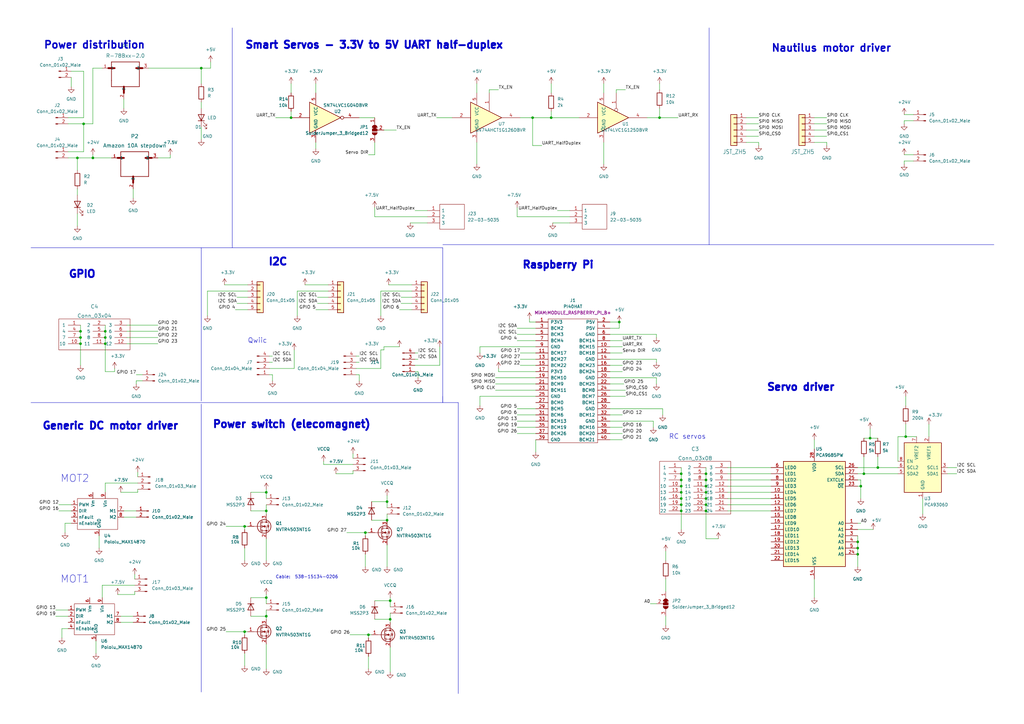
<source format=kicad_sch>
(kicad_sch (version 20230121) (generator eeschema)
  (paper "A3")
  (junction (at 360.045 191.77))
  (junction (at 289.56 199.39))
  (junction (at 289.56 196.85))
  (junction (at 33.02 140.97))
  (junction (at 351.79 222.25))
  (junction (at 119.38 48.26))
  (junction (at 160.02 246.38))
  (junction (at 151.13 260.35))
  (junction (at 356.87 179.705))
  (junction (at 354.33 194.31))
  (junction (at 289.56 207.01))
  (junction (at 38.1 64.77))
  (junction (at 100.33 215.9))
  (junction (at 279.4 207.01))
  (junction (at 109.22 209.55))
  (junction (at 109.22 201.93))
  (junction (at 82.55 27.94))
  (junction (at 100.33 259.08))
  (junction (at 218.44 48.26))
  (junction (at 289.56 204.47))
  (junction (at 226.06 48.26))
  (junction (at 279.4 204.47))
  (junction (at 279.4 196.85))
  (junction (at 33.02 138.43))
  (junction (at 43.18 140.97))
  (junction (at 279.4 199.39))
  (junction (at 353.06 199.39))
  (junction (at 109.22 252.73))
  (junction (at 289.56 194.31))
  (junction (at 270.51 48.26))
  (junction (at 31.75 64.77))
  (junction (at 160.02 254))
  (junction (at 279.4 209.55))
  (junction (at 279.4 201.93))
  (junction (at 254 132.08))
  (junction (at 279.4 194.31))
  (junction (at 158.75 205.74))
  (junction (at 351.79 227.33))
  (junction (at 33.02 135.89))
  (junction (at 158.75 213.36))
  (junction (at 34.29 50.8))
  (junction (at 149.86 218.44))
  (junction (at 43.18 138.43))
  (junction (at 43.18 135.89))
  (junction (at 371.475 179.07))
  (junction (at 351.79 224.79))
  (junction (at 289.56 209.55))
  (junction (at 289.56 201.93))
  (junction (at 109.22 245.11))
  (wire (pts (xy 157.48 142.24) (xy 163.83 142.24)))
  (wire (pts (xy 306.07 50.8) (xy 311.15 50.8)))
  (wire (pts (xy 22.86 250.19) (xy 27.94 250.19)))
  (wire (pts (xy 212.09 170.18) (xy 219.71 170.18)))
  (wire (pts (xy 196.85 142.24) (xy 196.85 144.78)))
  (wire (pts (xy 153.67 254) (xy 160.02 254)))
  (wire (pts (xy 204.47 36.83) (xy 200.66 36.83)))
  (wire (pts (xy 164.465 121.92) (xy 168.91 121.92)))
  (wire (pts (xy 33.02 135.89) (xy 33.02 138.43)))
  (wire (pts (xy 100.33 215.9) (xy 101.6 215.9)))
  (wire (pts (xy 226.695 91.44) (xy 233.68 91.44)))
  (wire (pts (xy 306.07 48.26) (xy 311.15 48.26)))
  (wire (pts (xy 164.465 124.46) (xy 168.91 124.46)))
  (wire (pts (xy 102.87 209.55) (xy 109.22 209.55)))
  (wire (pts (xy 226.06 45.72) (xy 226.06 48.26)))
  (wire (pts (xy 279.4 194.31) (xy 279.4 196.85)))
  (wire (pts (xy 96.52 127) (xy 101.6 127)))
  (wire (pts (xy 218.44 59.69) (xy 222.25 59.69)))
  (wire (pts (xy 144.78 190.5) (xy 132.715 190.5)))
  (wire (pts (xy 43.18 152.4) (xy 46.99 152.4)))
  (wire (pts (xy 217.17 130.81) (xy 217.17 132.08)))
  (wire (pts (xy 34.29 50.8) (xy 34.29 62.23)))
  (wire (pts (xy 120.65 151.13) (xy 120.65 143.51)))
  (wire (pts (xy 218.44 48.26) (xy 226.06 48.26)))
  (wire (pts (xy 41.91 240.03) (xy 41.91 245.11)))
  (wire (pts (xy 160.02 246.38) (xy 160.02 248.92)))
  (wire (pts (xy 43.18 198.12) (xy 56.515 198.12)))
  (wire (pts (xy 195.58 38.1) (xy 195.58 34.29)))
  (wire (pts (xy 279.4 191.77) (xy 279.4 194.31)))
  (polyline (pts (xy 181.61 101.6) (xy 181.61 165.1)))
  (wire (pts (xy 353.06 214.63) (xy 351.79 214.63)))
  (wire (pts (xy 266.7 247.65) (xy 269.24 247.65)))
  (wire (pts (xy 351.79 219.71) (xy 351.79 222.25)))
  (wire (pts (xy 250.19 149.86) (xy 255.27 149.86)))
  (wire (pts (xy 22.86 252.73) (xy 27.94 252.73)))
  (wire (pts (xy 271.78 167.64) (xy 271.78 170.18)))
  (wire (pts (xy 152.4 213.36) (xy 158.75 213.36)))
  (wire (pts (xy 250.19 162.56) (xy 256.54 162.56)))
  (wire (pts (xy 226.06 38.1) (xy 226.06 34.29)))
  (wire (pts (xy 279.4 207.01) (xy 279.4 209.55)))
  (wire (pts (xy 351.79 224.79) (xy 351.79 227.33)))
  (wire (pts (xy 339.09 59.69) (xy 339.09 58.42)))
  (wire (pts (xy 158.75 205.74) (xy 158.75 208.28)))
  (wire (pts (xy 27.94 50.8) (xy 34.29 50.8)))
  (wire (pts (xy 179.07 48.26) (xy 185.42 48.26)))
  (wire (pts (xy 109.22 264.16) (xy 109.22 274.32)))
  (wire (pts (xy 273.05 237.49) (xy 273.05 242.57)))
  (wire (pts (xy 250.19 160.02) (xy 256.54 160.02)))
  (wire (pts (xy 29.21 31.75) (xy 29.21 35.56)))
  (wire (pts (xy 298.45 204.47) (xy 316.23 204.47)))
  (wire (pts (xy 279.4 199.39) (xy 279.4 201.93)))
  (wire (pts (xy 34.29 48.26) (xy 27.94 48.26)))
  (wire (pts (xy 353.06 199.39) (xy 351.79 199.39)))
  (wire (pts (xy 196.85 162.56) (xy 196.85 166.37)))
  (wire (pts (xy 100.33 224.79) (xy 100.33 229.87)))
  (wire (pts (xy 40.64 219.71) (xy 40.64 224.79)))
  (wire (pts (xy 374.65 49.53) (xy 370.84 49.53)))
  (wire (pts (xy 163.83 127) (xy 168.91 127)))
  (wire (pts (xy 31.75 64.77) (xy 38.1 64.77)))
  (wire (pts (xy 156.21 119.38) (xy 168.91 119.38)))
  (wire (pts (xy 55.88 153.67) (xy 58.42 153.67)))
  (wire (pts (xy 168.275 91.44) (xy 175.26 91.44)))
  (wire (pts (xy 86.36 27.94) (xy 86.36 25.4)))
  (wire (pts (xy 82.55 27.94) (xy 86.36 27.94)))
  (wire (pts (xy 212.09 137.16) (xy 219.71 137.16)))
  (wire (pts (xy 212.09 172.72) (xy 219.71 172.72)))
  (wire (pts (xy 212.09 139.7) (xy 219.71 139.7)))
  (wire (pts (xy 52.07 135.89) (xy 64.77 135.89)))
  (wire (pts (xy 371.475 162.56) (xy 371.475 166.37)))
  (wire (pts (xy 102.87 252.73) (xy 109.22 252.73)))
  (wire (pts (xy 146.05 153.67) (xy 147.32 153.67)))
  (wire (pts (xy 289.56 207.01) (xy 289.56 209.55)))
  (wire (pts (xy 371.475 179.07) (xy 375.92 179.07)))
  (wire (pts (xy 158.75 203.2) (xy 158.75 205.74)))
  (wire (pts (xy 121.92 119.38) (xy 134.62 119.38)))
  (wire (pts (xy 351.79 217.17) (xy 358.14 217.17)))
  (wire (pts (xy 289.56 201.93) (xy 289.56 204.47)))
  (polyline (pts (xy 187.96 165.1) (xy 187.96 284.48)))
  (wire (pts (xy 109.22 245.11) (xy 109.22 247.65)))
  (wire (pts (xy 269.24 137.16) (xy 269.24 138.43)))
  (wire (pts (xy 289.56 199.39) (xy 289.56 201.93)))
  (wire (pts (xy 159.385 116.84) (xy 168.91 116.84)))
  (wire (pts (xy 46.99 152.4) (xy 46.99 151.13)))
  (wire (pts (xy 370.84 66.04) (xy 370.84 67.31)))
  (wire (pts (xy 250.19 139.7) (xy 255.27 139.7)))
  (wire (pts (xy 279.4 204.47) (xy 279.4 207.01)))
  (wire (pts (xy 82.55 41.91) (xy 82.55 44.45)))
  (wire (pts (xy 109.22 252.73) (xy 109.22 254)))
  (wire (pts (xy 180.34 149.86) (xy 180.34 142.24)))
  (wire (pts (xy 34.29 50.8) (xy 38.1 50.8)))
  (wire (pts (xy 110.49 153.67) (xy 111.76 153.67)))
  (wire (pts (xy 125.095 116.84) (xy 134.62 116.84)))
  (wire (pts (xy 204.47 151.13) (xy 204.47 152.4)))
  (wire (pts (xy 97.155 121.92) (xy 101.6 121.92)))
  (wire (pts (xy 360.045 191.77) (xy 368.3 191.77)))
  (wire (pts (xy 157.48 53.34) (xy 162.56 53.34)))
  (wire (pts (xy 85.09 129.54) (xy 85.09 119.38)))
  (wire (pts (xy 102.87 245.11) (xy 109.22 245.11)))
  (wire (pts (xy 55.245 237.49) (xy 55.245 235.585)))
  (wire (pts (xy 354.33 179.705) (xy 356.87 179.705)))
  (wire (pts (xy 151.13 260.35) (xy 152.4 260.35)))
  (polyline (pts (xy 95.25 101.6) (xy 181.61 101.6)))
  (wire (pts (xy 334.01 53.34) (xy 339.09 53.34)))
  (wire (pts (xy 34.29 29.21) (xy 34.29 48.26)))
  (wire (pts (xy 52.07 138.43) (xy 64.77 138.43)))
  (wire (pts (xy 56.515 201.93) (xy 49.53 201.93)))
  (wire (pts (xy 265.43 48.26) (xy 270.51 48.26)))
  (wire (pts (xy 279.4 201.93) (xy 279.4 204.47)))
  (wire (pts (xy 121.92 129.54) (xy 121.92 119.38)))
  (wire (pts (xy 371.475 173.99) (xy 371.475 179.07)))
  (wire (pts (xy 147.32 48.26) (xy 153.67 48.26)))
  (wire (pts (xy 250.19 157.48) (xy 255.905 157.48)))
  (wire (pts (xy 298.45 207.01) (xy 316.23 207.01)))
  (wire (pts (xy 250.19 172.72) (xy 267.97 172.72)))
  (polyline (pts (xy 82.55 101.6) (xy 82.55 164.465)))
  (wire (pts (xy 29.21 214.63) (xy 26.67 214.63)))
  (wire (pts (xy 289.56 194.31) (xy 289.56 196.85)))
  (wire (pts (xy 38.1 64.77) (xy 45.72 64.77)))
  (wire (pts (xy 374.65 66.04) (xy 370.84 66.04)))
  (wire (pts (xy 356.87 179.705) (xy 360.045 179.705)))
  (wire (pts (xy 55.245 243.84) (xy 48.26 243.84)))
  (wire (pts (xy 353.06 199.39) (xy 353.06 204.47)))
  (wire (pts (xy 212.09 134.62) (xy 219.71 134.62)))
  (wire (pts (xy 153.67 88.9) (xy 153.67 85.09)))
  (wire (pts (xy 279.4 209.55) (xy 279.4 217.17)))
  (wire (pts (xy 212.09 177.8) (xy 219.71 177.8)))
  (wire (pts (xy 144.78 187.96) (xy 144.78 186.055)))
  (wire (pts (xy 269.24 147.32) (xy 269.24 148.59)))
  (wire (pts (xy 55.245 242.57) (xy 55.245 243.84)))
  (wire (pts (xy 354.33 194.31) (xy 368.3 194.31)))
  (wire (pts (xy 27.94 257.81) (xy 25.4 257.81)))
  (wire (pts (xy 52.07 140.97) (xy 64.77 140.97)))
  (wire (pts (xy 109.22 201.93) (xy 109.22 204.47)))
  (wire (pts (xy 151.13 63.5) (xy 153.67 63.5)))
  (wire (pts (xy 388.62 194.31) (xy 392.43 194.31)))
  (wire (pts (xy 144.78 193.04) (xy 144.78 194.31)))
  (wire (pts (xy 92.075 116.84) (xy 101.6 116.84)))
  (wire (pts (xy 306.07 55.88) (xy 311.15 55.88)))
  (wire (pts (xy 175.26 88.9) (xy 153.67 88.9)))
  (wire (pts (xy 58.42 156.21) (xy 55.88 156.21)))
  (wire (pts (xy 39.37 262.89) (xy 39.37 267.97)))
  (wire (pts (xy 250.19 180.34) (xy 255.27 180.34)))
  (wire (pts (xy 24.13 207.01) (xy 29.21 207.01)))
  (wire (pts (xy 351.79 222.25) (xy 351.79 224.79)))
  (wire (pts (xy 160.02 254) (xy 160.02 255.27)))
  (wire (pts (xy 212.09 167.64) (xy 219.71 167.64)))
  (polyline (pts (xy 181.61 162.56) (xy 181.61 165.1)))
  (wire (pts (xy 149.86 218.44) (xy 151.13 218.44)))
  (wire (pts (xy 55.88 156.21) (xy 55.88 157.48)))
  (wire (pts (xy 49.53 252.73) (xy 54.61 252.73)))
  (wire (pts (xy 43.18 138.43) (xy 43.18 140.97)))
  (polyline (pts (xy 12.7 101.6) (xy 95.25 101.6)))
  (wire (pts (xy 130.175 121.92) (xy 134.62 121.92)))
  (wire (pts (xy 60.96 27.94) (xy 82.55 27.94)))
  (wire (pts (xy 146.05 151.13) (xy 156.21 151.13)))
  (wire (pts (xy 298.45 209.55) (xy 316.23 209.55)))
  (wire (pts (xy 170.18 86.36) (xy 175.26 86.36)))
  (wire (pts (xy 27.94 62.23) (xy 34.29 62.23)))
  (wire (pts (xy 252.73 36.83) (xy 252.73 38.1)))
  (wire (pts (xy 250.19 144.78) (xy 255.27 144.78)))
  (wire (pts (xy 334.01 180.34) (xy 334.01 184.15)))
  (wire (pts (xy 149.86 227.33) (xy 149.86 232.41)))
  (wire (pts (xy 256.54 36.83) (xy 252.73 36.83)))
  (wire (pts (xy 27.94 64.77) (xy 31.75 64.77)))
  (wire (pts (xy 100.33 259.08) (xy 100.33 260.35)))
  (wire (pts (xy 273.05 252.73) (xy 273.05 256.54)))
  (wire (pts (xy 289.56 191.77) (xy 289.56 194.31)))
  (wire (pts (xy 43.18 133.35) (xy 43.18 135.89)))
  (wire (pts (xy 100.33 259.08) (xy 101.6 259.08)))
  (wire (pts (xy 38.1 63.5) (xy 38.1 64.77)))
  (wire (pts (xy 269.24 154.94) (xy 269.24 157.48)))
  (wire (pts (xy 129.54 60.96) (xy 129.54 58.42)))
  (wire (pts (xy 43.18 198.12) (xy 43.18 201.93)))
  (wire (pts (xy 151.13 269.24) (xy 151.13 274.32)))
  (wire (pts (xy 171.45 152.4) (xy 171.45 154.94)))
  (wire (pts (xy 368.3 189.23) (xy 368.3 179.07)))
  (wire (pts (xy 267.97 172.72) (xy 267.97 175.26)))
  (wire (pts (xy 170.18 144.78) (xy 171.45 144.78)))
  (wire (pts (xy 370.84 49.53) (xy 370.84 50.8)))
  (wire (pts (xy 132.715 190.5) (xy 132.715 189.23)))
  (wire (pts (xy 226.06 48.26) (xy 237.49 48.26)))
  (wire (pts (xy 273.05 226.06) (xy 273.05 229.87)))
  (wire (pts (xy 334.01 237.49) (xy 334.01 245.11)))
  (wire (pts (xy 311.15 58.42) (xy 306.07 58.42)))
  (wire (pts (xy 170.18 149.86) (xy 180.34 149.86)))
  (wire (pts (xy 250.19 175.26) (xy 255.27 175.26)))
  (wire (pts (xy 158.75 210.82) (xy 158.75 213.36)))
  (wire (pts (xy 298.45 191.77) (xy 316.23 191.77)))
  (wire (pts (xy 144.78 194.31) (xy 137.795 194.31)))
  (wire (pts (xy 270.51 34.29) (xy 270.51 36.83)))
  (wire (pts (xy 170.18 152.4) (xy 171.45 152.4)))
  (wire (pts (xy 143.51 260.35) (xy 151.13 260.35)))
  (wire (pts (xy 49.53 255.27) (xy 54.61 255.27)))
  (wire (pts (xy 218.44 48.26) (xy 218.44 59.69)))
  (wire (pts (xy 298.45 194.31) (xy 316.23 194.31)))
  (wire (pts (xy 298.45 199.39) (xy 316.23 199.39)))
  (wire (pts (xy 149.86 218.44) (xy 149.86 219.71)))
  (wire (pts (xy 356.87 175.895) (xy 356.87 179.705)))
  (wire (pts (xy 270.51 48.26) (xy 278.13 48.26)))
  (wire (pts (xy 43.18 135.89) (xy 43.18 138.43)))
  (wire (pts (xy 102.87 201.93) (xy 109.22 201.93)))
  (wire (pts (xy 311.15 59.69) (xy 311.15 58.42)))
  (wire (pts (xy 250.19 147.32) (xy 269.24 147.32)))
  (wire (pts (xy 334.01 55.88) (xy 339.09 55.88)))
  (wire (pts (xy 129.54 34.29) (xy 129.54 38.1)))
  (wire (pts (xy 250.19 137.16) (xy 269.24 137.16)))
  (wire (pts (xy 129.54 127) (xy 134.62 127)))
  (wire (pts (xy 54.61 77.47) (xy 54.61 81.28)))
  (wire (pts (xy 109.22 200.66) (xy 109.22 201.93)))
  (wire (pts (xy 156.21 151.13) (xy 156.21 143.51)))
  (wire (pts (xy 158.75 213.36) (xy 158.75 214.63)))
  (wire (pts (xy 64.77 64.77) (xy 69.85 64.77)))
  (wire (pts (xy 200.66 36.83) (xy 200.66 38.1)))
  (wire (pts (xy 142.24 218.44) (xy 149.86 218.44)))
  (wire (pts (xy 41.91 240.03) (xy 55.245 240.03)))
  (wire (pts (xy 306.07 53.34) (xy 311.15 53.34)))
  (wire (pts (xy 289.56 220.98) (xy 294.64 220.98)))
  (wire (pts (xy 33.02 138.43) (xy 33.02 140.97)))
  (wire (pts (xy 250.19 167.64) (xy 271.78 167.64)))
  (wire (pts (xy 289.56 196.85) (xy 289.56 199.39)))
  (wire (pts (xy 298.45 196.85) (xy 316.23 196.85)))
  (wire (pts (xy 213.36 149.86) (xy 219.71 149.86)))
  (wire (pts (xy 109.22 243.84) (xy 109.22 245.11)))
  (wire (pts (xy 33.02 140.97) (xy 33.02 149.86)))
  (wire (pts (xy 160.02 251.46) (xy 160.02 254)))
  (wire (pts (xy 247.65 67.31) (xy 247.65 58.42)))
  (wire (pts (xy 368.3 179.07) (xy 371.475 179.07)))
  (wire (pts (xy 279.4 196.85) (xy 279.4 199.39)))
  (wire (pts (xy 56.515 200.66) (xy 56.515 201.93)))
  (wire (pts (xy 203.2 157.48) (xy 219.71 157.48)))
  (wire (pts (xy 212.09 175.26) (xy 219.71 175.26)))
  (wire (pts (xy 69.85 64.77) (xy 69.85 63.5)))
  (wire (pts (xy 110.49 146.05) (xy 111.76 146.05)))
  (wire (pts (xy 157.48 143.51) (xy 157.48 142.24)))
  (wire (pts (xy 158.75 223.52) (xy 158.75 232.41)))
  (wire (pts (xy 50.8 44.45) (xy 50.8 40.64)))
  (wire (pts (xy 233.68 88.9) (xy 212.09 88.9)))
  (wire (pts (xy 298.45 201.93) (xy 316.23 201.93)))
  (wire (pts (xy 160.02 245.11) (xy 160.02 246.38)))
  (wire (pts (xy 31.75 64.77) (xy 31.75 69.85)))
  (wire (pts (xy 171.45 147.32) (xy 170.18 147.32)))
  (wire (pts (xy 85.09 119.38) (xy 101.6 119.38)))
  (wire (pts (xy 100.33 215.9) (xy 100.33 217.17)))
  (wire (pts (xy 219.71 162.56) (xy 196.85 162.56)))
  (polyline (pts (xy 82.55 165.735) (xy 82.55 283.845)))
  (wire (pts (xy 26.67 214.63) (xy 26.67 218.44)))
  (wire (pts (xy 289.56 204.47) (xy 289.56 207.01)))
  (wire (pts (xy 147.32 148.59) (xy 146.05 148.59)))
  (wire (pts (xy 213.36 147.32) (xy 219.71 147.32)))
  (wire (pts (xy 33.02 133.35) (xy 33.02 135.89)))
  (wire (pts (xy 151.13 260.35) (xy 151.13 261.62)))
  (polyline (pts (xy 290.83 100.33) (xy 407.67 100.33)))
  (wire (pts (xy 156.21 143.51) (xy 157.48 143.51)))
  (wire (pts (xy 24.13 209.55) (xy 29.21 209.55)))
  (wire (pts (xy 153.67 246.38) (xy 160.02 246.38)))
  (wire (pts (xy 29.21 29.21) (xy 34.29 29.21)))
  (wire (pts (xy 31.75 77.47) (xy 31.75 80.01)))
  (wire (pts (xy 92.71 259.08) (xy 100.33 259.08)))
  (wire (pts (xy 351.79 196.85) (xy 353.06 196.85)))
  (wire (pts (xy 50.8 209.55) (xy 55.88 209.55)))
  (wire (pts (xy 43.18 140.97) (xy 43.18 152.4)))
  (wire (pts (xy 203.2 154.94) (xy 219.71 154.94)))
  (wire (pts (xy 250.19 170.18) (xy 255.27 170.18)))
  (wire (pts (xy 82.55 52.07) (xy 82.55 57.15)))
  (wire (pts (xy 152.4 205.74) (xy 158.75 205.74)))
  (wire (pts (xy 354.33 187.325) (xy 354.33 194.31)))
  (wire (pts (xy 228.6 86.36) (xy 233.68 86.36)))
  (wire (pts (xy 212.09 88.9) (xy 212.09 85.09)))
  (wire (pts (xy 381 173.99) (xy 381 179.07)))
  (wire (pts (xy 339.09 58.42) (xy 334.01 58.42)))
  (wire (pts (xy 370.84 46.99) (xy 374.65 46.99)))
  (wire (pts (xy 52.07 133.35) (xy 64.77 133.35)))
  (wire (pts (xy 146.05 146.05) (xy 147.32 146.05)))
  (wire (pts (xy 109.22 220.98) (xy 109.22 229.87)))
  (wire (pts (xy 204.47 152.4) (xy 219.71 152.4)))
  (wire (pts (xy 378.46 204.47) (xy 378.46 210.82)))
  (wire (pts (xy 353.06 196.85) (xy 353.06 199.39)))
  (wire (pts (xy 113.03 48.26) (xy 119.38 48.26)))
  (wire (pts (xy 100.33 267.97) (xy 100.33 273.05)))
  (wire (pts (xy 219.71 180.34) (xy 219.71 185.42)))
  (polyline (pts (xy 181.61 100.33) (xy 290.83 100.33)))
  (wire (pts (xy 213.36 144.78) (xy 219.71 144.78)))
  (wire (pts (xy 156.21 129.54) (xy 156.21 119.38)))
  (wire (pts (xy 250.19 154.94) (xy 269.24 154.94)))
  (wire (pts (xy 25.4 257.81) (xy 25.4 261.62)))
  (wire (pts (xy 56.515 195.58) (xy 56.515 193.675)))
  (wire (pts (xy 250.19 177.8) (xy 255.27 177.8)))
  (wire (pts (xy 111.76 148.59) (xy 110.49 148.59)))
  (wire (pts (xy 195.58 67.31) (xy 195.58 58.42)))
  (wire (pts (xy 270.51 44.45) (xy 270.51 48.26)))
  (wire (pts (xy 147.32 153.67) (xy 147.32 156.21)))
  (wire (pts (xy 38.1 27.94) (xy 41.91 27.94)))
  (wire (pts (xy 213.36 48.26) (xy 218.44 48.26)))
  (wire (pts (xy 130.175 124.46) (xy 134.62 124.46)))
  (wire (pts (xy 119.38 48.26) (xy 119.38 45.72)))
  (wire (pts (xy 334.01 50.8) (xy 339.09 50.8)))
  (wire (pts (xy 250.19 134.62) (xy 254 134.62)))
  (wire (pts (xy 351.79 227.33) (xy 351.79 232.41)))
  (wire (pts (xy 97.155 124.46) (xy 101.6 124.46)))
  (wire (pts (xy 254 134.62) (xy 254 132.08)))
  (wire (pts (xy 217.17 132.08) (xy 219.71 132.08)))
  (wire (pts (xy 334.01 48.26) (xy 339.09 48.26)))
  (wire (pts (xy 119.38 34.29) (xy 119.38 38.1)))
  (wire (pts (xy 110.49 151.13) (xy 120.65 151.13)))
  (wire (pts (xy 388.62 191.77) (xy 392.43 191.77)))
  (wire (pts (xy 219.71 142.24) (xy 196.85 142.24)))
  (wire (pts (xy 92.71 215.9) (xy 100.33 215.9)))
  (polyline (pts (xy 12.7 165.1) (xy 187.96 165.1)))
  (wire (pts (xy 289.56 209.55) (xy 289.56 220.98)))
  (wire (pts (xy 109.22 207.01) (xy 109.22 209.55)))
  (wire (pts (xy 203.2 160.02) (xy 219.71 160.02)))
  (wire (pts (xy 38.1 50.8) (xy 38.1 27.94)))
  (wire (pts (xy 250.19 152.4) (xy 255.27 152.4)))
  (wire (pts (xy 370.84 63.5) (xy 374.65 63.5)))
  (wire (pts (xy 360.045 187.325) (xy 360.045 191.77)))
  (polyline (pts (xy 95.25 11.43) (xy 95.25 101.6)))
  (wire (pts (xy 31.75 87.63) (xy 31.75 92.71)))
  (wire (pts (xy 109.22 250.19) (xy 109.22 252.73)))
  (wire (pts (xy 50.8 212.09) (xy 55.88 212.09)))
  (wire (pts (xy 153.67 63.5) (xy 153.67 58.42)))
  (wire (pts (xy 351.79 191.77) (xy 360.045 191.77)))
  (wire (pts (xy 111.76 153.67) (xy 111.76 156.21)))
  (wire (pts (xy 250.19 142.24) (xy 255.27 142.24)))
  (wire (pts (xy 160.02 265.43) (xy 160.02 275.59)))
  (wire (pts (xy 109.22 209.55) (xy 109.22 210.82)))
  (wire (pts (xy 354.33 194.31) (xy 351.79 194.31)))
  (wire (pts (xy 82.55 27.94) (xy 82.55 34.29)))
  (wire (pts (xy 250.19 132.08) (xy 254 132.08)))
  (polyline (pts (xy 290.83 11.43) (xy 290.83 100.33)))
  (wire (pts (xy 247.65 34.29) (xy 247.65 38.1)))
  (text "Power switch (elecomagnet)" (at 86.995 175.895 0) (effects (font (size 3 3) (thickness 0.8) bold) (justify left bottom)))
  (text "Nautilus motor driver" (at 316.23 21.59 0) (effects (font (size 3 3) (thickness 0.6) bold) (justify left bottom)))
  (text "Servo driver" (at 314.325 160.655 0) (effects (font (size 3 3) (thickness 0.8) bold) (justify left bottom)))
  (text "GPIO" (at 27.94 114.3 0) (effects (font (size 3 3) (thickness 0.8) bold) (justify left bottom)))
  (text "I2C" (at 109.855 109.22 0) (effects (font (size 3 3) (thickness 0.8) bold) (justify left bottom)))
  (text "MOT1\n" (at 24.765 239.395 0) (effects (font (size 3 3)) (justify left bottom)))
  (text "Smart Servos - 3.3V to 5V UART half-duplex" (at 100.33 20.32 0) (effects (font (size 3 3) (thickness 0.8) bold) (justify left bottom)))
  (text "Power distribution" (at 17.78 20.32 0) (effects (font (size 3 3) (thickness 0.6) bold) (justify left bottom)))
  (text "RC servos" (at 274.32 180.34 0) (effects (font (size 2 2)) (justify left bottom)))
  (text "Generic DC motor driver" (at 17.145 176.53 0) (effects (font (size 3 3) (thickness 0.8) bold) (justify left bottom)))
  (text "Cable:  538-15134-0206 " (at 113.03 237.49 0) (effects (font (size 1.27 1.27)) (justify left bottom)))
  (text "MOT2" (at 24.765 198.12 0) (effects (font (size 3 3)) (justify left bottom)))
  (text "Raspberry Pi" (at 213.995 110.49 0) (effects (font (size 3 3) (thickness 0.8) bold) (justify left bottom)))
  (text "Qwiic" (at 101.6 140.97 0) (effects (font (size 2 2)) (justify left bottom)))
  (label "UART_HalfDuplex" (at 228.6 86.36 180))
  (label "GPIO 25" (at 255.905 157.48 0))
  (label "GPIO 21" (at 64.77 135.89 0))
  (label "GPIO 6" (at 212.09 170.18 180))
  (label "I2C SCL" (at 212.09 137.16 180))
  (label "GPIO 17" (at 55.88 153.67 180))
  (label "GPIO 20" (at 255.27 177.8 0))
  (label "GPIO 22" (at 213.36 149.86 180))
  (label "GPIO 16" (at 255.27 175.26 0))
  (label "Servo DIR" (at 151.13 63.5 180))
  (label "GPIO 5" (at 212.09 167.64 180))
  (label "UART_TX" (at 179.07 48.26 180))
  (label "I2C SDA" (at 212.09 134.62 180))
  (label "GPIO 19" (at 22.86 252.73 180))
  (label "SPI0 CLK" (at 311.15 48.26 0))
  (label "GPIO 17" (at 213.36 144.78 180))
  (label "UART_RX" (at 255.27 142.24 0))
  (label "GPIO 12" (at 24.13 207.01 180))
  (label "I2C SCL" (at 130.175 121.92 180))
  (label "TX_EN" (at 256.54 36.83 0))
  (label "A0" (at 353.06 214.63 0))
  (label "Servo DIR" (at 255.27 144.78 0))
  (label "GPIO 26" (at 143.51 260.35 180))
  (label "SPI0 MISO" (at 339.09 50.8 0))
  (label "TX_EN" (at 204.47 36.83 0))
  (label "SPI0 CLK" (at 203.2 160.02 180))
  (label "GPIO 24" (at 255.27 152.4 0))
  (label "UART_RX" (at 278.13 48.26 0))
  (label "TX_EN" (at 162.56 53.34 0))
  (label "GPIO 19" (at 212.09 175.26 180))
  (label "SPI0 MOSI" (at 203.2 154.94 180))
  (label "GPIO 4" (at 96.52 127 180))
  (label "GPIO 4" (at 212.09 139.7 180))
  (label "UART_TX" (at 255.27 139.7 0))
  (label "SPI0_CS1" (at 339.09 55.88 0))
  (label "SPI0 CLK" (at 339.09 48.26 0))
  (label "GPIO 5" (at 129.54 127 180))
  (label "GPIO 12" (at 255.27 170.18 0))
  (label "UART_HalfDuplex" (at 222.25 59.69 0))
  (label "I2C SCL" (at 147.32 146.05 0))
  (label "UART_TX" (at 113.03 48.26 180))
  (label "I2C SDA" (at 111.76 148.59 0))
  (label "I2C SDA" (at 147.32 148.59 0))
  (label "GPIO 23" (at 255.27 149.86 0))
  (label "I2C SCL" (at 171.45 144.78 0))
  (label "I2C SDA" (at 392.43 194.31 0))
  (label "A0" (at 266.7 247.65 180))
  (label "SPI0 MOSI" (at 311.15 53.34 0))
  (label "I2C SDA" (at 97.155 124.46 180))
  (label "GPIO 20" (at 64.77 133.35 0))
  (label "GPIO 27" (at 142.24 218.44 180))
  (label "SPI0 MOSI" (at 339.09 53.34 0))
  (label "I2C SCL" (at 111.76 146.05 0))
  (label "GPIO 6" (at 163.83 127 180))
  (label "I2C SCL" (at 392.43 191.77 0))
  (label "GPIO 27" (at 213.36 147.32 180))
  (label "GPIO 25" (at 92.71 259.08 180))
  (label "I2C SDA" (at 164.465 124.46 180))
  (label "I2C SCL" (at 164.465 121.92 180))
  (label "GPIO 23" (at 64.77 140.97 0))
  (label "SPI0_CS1" (at 256.54 162.56 0))
  (label "I2C SCL" (at 97.155 121.92 180))
  (label "GPIO 24" (at 92.71 215.9 180))
  (label "UART_HalfDuplex" (at 170.18 86.36 180))
  (label "GPIO 13" (at 212.09 172.72 180))
  (label "SPI0_CS0" (at 256.54 160.02 0))
  (label "GPIO 21" (at 255.27 180.34 0))
  (label "SPI0_CS0" (at 311.15 55.88 0))
  (label "GPIO 26" (at 212.09 177.8 180))
  (label "GPIO 16" (at 24.13 209.55 180))
  (label "I2C SDA" (at 130.175 124.46 180))
  (label "SPI0 MISO" (at 203.2 157.48 180))
  (label "GPIO 13" (at 22.86 250.19 180))
  (label "I2C SDA" (at 171.45 147.32 0))
  (label "SPI0 MISO" (at 311.15 50.8 0))
  (label "GPIO 22" (at 64.77 138.43 0))
  (symbol (lib_id "power:+3.3V") (at 129.54 34.29 0) (unit 1)
    (property "Reference" "#PWR039" (effects hide))
    (property "Value" "+3.3V" (at 129.54 29.21 0))
  )
  (symbol (lib_id "power:+3.3V") (at 217.17 130.81 0) (unit 1)
    (property "Reference" "#PWR0120" (effects hide))
    (property "Value" "+3.3V" (at 213.36 125.73 0))
  )
  (symbol (lib_id "power:+5V") (at 254 132.08 0) (unit 1)
    (property "Reference" "#PWR0102" (effects hide))
    (property "Value" "+5V" (at 254 127 0))
  )
  (symbol (lib_id "power:+7.5V") (at 48.26 243.84 0) (unit 1)
    (property "Reference" "#PWR015" (effects hide))
    (property "Value" "+7.5V" (at 48.26 238.76 0))
  )
  (symbol (lib_id "power:GND") (at 279.4 217.17 0) (unit 1)
    (property "Reference" "#PWR0159" (effects hide))
    (property "Value" "GND" (at 279.4 222.25 0))
  )
  (symbol (lib_id "power:+5V") (at 86.36 25.4 0) (unit 1)
    (property "Reference" "#PWR0108" (effects hide))
    (property "Value" "+5V" (at 86.36 20.32 0))
  )
  (symbol (lib_id "power:+7.5V") (at 153.67 85.09 0) (unit 1)
    (property "Reference" "#PWR035" (effects hide))
    (property "Value" "+7.5V" (at 152.4 80.01 0))
  )
  (symbol (lib_id "power:+7.5V") (at 212.09 85.09 0) (unit 1)
    (property "Reference" "#PWR043" (effects hide))
    (property "Value" "+7.5V" (at 210.82 80.01 0))
  )
  (symbol (lib_id "74xGxx:74LVC1G126") (at 200.66 48.26 0) (unit 1)
    (property "Reference" "U7" (at 205.74 50.8 0))
    (property "Value" "SN74AHCT1G126DBVR " (at 205.74 53.34 0))
    (property "Footprint" "Package_TO_SOT_SMD:SOT-23-5_HandSoldering" (effects hide))
    (property "Datasheet" "https://www.ti.com/lit/ds/symlink/SN74AHCT1G126.pdf" (effects hide))
    (property "Mouser Part Number" " 595-SNAHCT1G126DBVR " (effects hide))
  )
  (symbol (lib_id "Connector:Conn_01x02_Male") (at 60.96 209.55 0) (mirror y) (unit 1)
    (property "Reference" "J10" (at 62.23 209.5499 0) (effects (justify right)))
    (property "Value" "Conn_01x02_Male" (at 62.23 212.0899 0) (effects (justify right)))
    (property "Footprint" "Connector_Molex:Molex_PicoBlade_53047-0210_1x02_P1.25mm_Vertical" (effects hide))
  )
  (symbol (lib_id "Connector_Generic:Conn_01x05") (at 173.99 121.92 0) (unit 1)
    (property "Reference" "J22" (at 176.53 120.65 0) (effects (justify left)))
    (property "Value" "Conn_01x05" (at 176.53 123.19 0) (effects (justify left)))
    (property "Footprint" "Connector_PinHeader_2.54mm:PinHeader_1x05_P2.54mm_Vertical" (effects hide))
  )
  (symbol (lib_id "power:+3.3V") (at 180.34 142.24 0) (unit 1)
    (property "Reference" "#PWR046" (effects hide))
    (property "Value" "+3.3V" (at 176.53 139.7 0))
  )
  (symbol (lib_id "MiAM:22-03-5035") (at 175.26 86.36 0) (unit 1)
    (property "Reference" "J23" (at 191.77 87.6299 0) (effects (justify left)))
    (property "Value" "22-03-5035" (at 191.77 90.1699 0) (effects (justify left)))
    (property "Footprint" "MiAM:SHDR3W60P0X250_1X3_990X490X590P" (effects hide))
    (property "Datasheet" "http://www.molex.com/pdm_docs/sd/022035035_sd.pdf" (effects hide))
    (property "Description" "Header 2.5mm SPOX,WTB,vert, shrouded, 3w Molex SPOX Series, Series Number 5267, 2.5mm Pitch 3 Way 1 Row Straight PCB Header, Solder Termination, 3A" (effects hide))
    (property "Height" "5.9" (effects hide))
    (property "Manufacturer_Name" "Molex" (effects hide))
    (property "Manufacturer_Part_Number" "22-03-5035" (effects hide))
    (property "RS Part Number" "    687-8048" (effects hide))
  )
  (symbol (lib_id "power:GND") (at 226.695 91.44 0) (unit 1)
    (property "Reference" "#PWR044" (effects hide))
    (property "Value" "GND" (at 226.695 96.52 0))
  )
  (symbol (lib_id "Device:R") (at 360.045 183.515 180) (unit 1)
    (property "Reference" "R7" (at 361.95 182.2449 0) (effects (justify right)))
    (property "Value" "5k" (at 361.95 184.7849 0) (effects (justify right)))
    (property "Footprint" "Resistor_SMD:R_0805_2012Metric" (effects hide))
  )
  (symbol (lib_id "power:GND") (at 158.75 232.41 0) (unit 1)
    (property "Reference" "#PWR06" (effects hide))
    (property "Value" "GND" (at 161.29 233.6799 0) (effects (justify left)))
  )
  (symbol (lib_id "power:VCCQ") (at 160.02 245.11 0) (unit 1)
    (property "Reference" "#PWR022" (effects hide))
    (property "Value" "VCCQ" (at 160.02 240.03 0))
  )
  (symbol (lib_id "power:+7.5V") (at 49.53 201.93 0) (unit 1)
    (property "Reference" "#PWR017" (effects hide))
    (property "Value" "+7.5V" (at 49.53 196.85 0))
  )
  (symbol (lib_id "power:GND") (at 160.02 275.59 0) (unit 1)
    (property "Reference" "#PWR014" (effects hide))
    (property "Value" "GND" (at 162.56 276.8599 0) (effects (justify left)))
  )
  (symbol (lib_id "power:GND") (at 273.05 256.54 0) (unit 1)
    (property "Reference" "#PWR0152" (effects hide))
    (property "Value" "GND" (at 273.05 261.62 0))
  )
  (symbol (lib_id "power:GND") (at 151.13 274.32 0) (unit 1)
    (property "Reference" "#PWR013" (effects hide))
    (property "Value" "GND" (at 153.67 275.5899 0) (effects (justify left)))
  )
  (symbol (lib_id "Connector:Conn_01x02_Male") (at 163.83 208.28 0) (mirror y) (unit 1)
    (property "Reference" "J12" (at 165.1 208.2799 0) (effects (justify right)))
    (property "Value" "Conn_01x02_Male" (at 165.1 210.8199 0) (effects (justify right)))
    (property "Footprint" "Connector_Molex:Molex_PicoBlade_53047-0210_1x02_P1.25mm_Vertical" (effects hide))
  )
  (symbol (lib_id "power:GND") (at 370.84 67.31 0) (unit 1)
    (property "Reference" "#PWR0105" (effects hide))
    (property "Value" "GND" (at 370.84 71.755 0))
  )
  (symbol (lib_id "Device:D") (at 102.87 248.92 270) (unit 1)
    (property "Reference" "D5" (at 96.52 247.65 90) (effects (justify left)))
    (property "Value" "MSS2P3" (at 92.71 250.19 90) (effects (justify left)))
    (property "Footprint" "Diode_SMD:D_MicroSMP_AK" (effects hide))
    (property "Sim.Device" "D" (effects hide))
    (property "Sim.Pins" "1=K 2=A" (effects hide))
    (property "RS" "    710-3086" (effects hide))
  )
  (symbol (lib_id "Device:Q_NMOS_GSD") (at 106.68 259.08 0) (unit 1)
    (property "Reference" "Q2" (at 113.03 257.81 0) (effects (justify left)))
    (property "Value" "NVTR4503NT1G" (at 113.03 260.35 0) (effects (justify left)))
    (property "Footprint" "Package_TO_SOT_SMD:SOT-23_Handsoldering" (effects hide))
    (property "RS" "    780-4815" (effects hide))
  )
  (symbol (lib_id "Jumper:SolderJumper_3_Bridged12") (at 273.05 247.65 270) (unit 1)
    (property "Reference" "JP2" (at 275.59 246.38 90) (effects (justify left)))
    (property "Value" "SolderJumper_3_Bridged12" (at 275.59 248.92 90) (effects (justify left)))
    (property "Footprint" "Jumper:SolderJumper-3_P1.3mm_Bridged12_Pad1.0x1.5mm_NumberLabels" (effects hide))
  )
  (symbol (lib_id "MiAM:Conn_03x04") (at 39.37 129.54 0) (mirror y) (unit 1)
    (property "Reference" "C4" (at 38.735 125.73 0) (effects (font (size 1.524 1.524))))
    (property "Value" "Conn_03x04" (at 38.735 129.54 0) (effects (font (size 1.524 1.524))))
    (property "Footprint" "MiAM:Pin_Header_Straight_3x04_Pitch2.54mm" (effects hide))
  )
  (symbol (lib_id "power:GND") (at 33.02 149.86 0) (unit 1)
    (property "Reference" "#PWR0130" (effects hide))
    (property "Value" "GND" (at 33.02 154.94 0))
  )
  (symbol (lib_id "power:VCCQ") (at 158.75 203.2 0) (unit 1)
    (property "Reference" "#PWR019" (effects hide))
    (property "Value" "VCCQ" (at 158.75 198.12 0))
  )
  (symbol (lib_id "MiAM:R-78Bxx-2.0") (at 50.8 30.48 0) (unit 1)
    (property "Reference" "P1" (at 51.435 19.05 0) (effects (font (size 1.524 1.524))))
    (property "Value" "R-78Bxx-2.0" (at 51.435 22.86 0) (effects (font (size 1.524 1.524))))
    (property "Footprint" "MiAM:CONV_R-78Bxx-2.0" (effects hide))
    (property "RS" "139-2959" (effects hide))
    (property "Field5" "RS  139-2959" (effects hide))
  )
  (symbol (lib_id "power:GND") (at 149.86 232.41 0) (unit 1)
    (property "Reference" "#PWR05" (effects hide))
    (property "Value" "GND" (at 152.4 233.6799 0) (effects (justify left)))
  )
  (symbol (lib_id "Device:Q_NMOS_GSD") (at 157.48 260.35 0) (unit 1)
    (property "Reference" "Q3" (at 163.83 259.08 0) (effects (justify left)))
    (property "Value" "NVTR4503NT1G" (at 163.83 261.62 0) (effects (justify left)))
    (property "Footprint" "Package_TO_SOT_SMD:SOT-23_Handsoldering" (effects hide))
    (property "RS" "    780-4815" (effects hide))
  )
  (symbol (lib_id "power:+24V") (at 38.1 63.5 0) (unit 1)
    (property "Reference" "#PWR0111" (effects hide))
    (property "Value" "+24V" (at 38.1 58.42 0))
  )
  (symbol (lib_id "Device:R") (at 273.05 233.68 180) (unit 1)
    (property "Reference" "R6" (at 275.59 232.4099 0) (effects (justify right)))
    (property "Value" "10k" (at 275.59 234.9499 0) (effects (justify right)))
    (property "Footprint" "Resistor_SMD:R_0805_2012Metric" (effects hide))
  )
  (symbol (lib_id "Device:LED") (at 82.55 48.26 90) (unit 1)
    (property "Reference" "D1" (at 80.01 52.07 90) (effects (justify right)))
    (property "Value" "LED" (at 85.09 48.26 90) (effects (justify right)))
    (property "Footprint" "LED_THT:LED_D3.0mm" (effects hide))
  )
  (symbol (lib_id "power:GND") (at 219.71 185.42 0) (unit 1)
    (property "Reference" "#PWR0101" (effects hide))
    (property "Value" "GND" (at 219.71 190.5 0))
  )
  (symbol (lib_id "power:GND") (at 311.15 59.69 0) (unit 1)
    (property "Reference" "#PWR01" (effects hide))
    (property "Value" "GND" (at 311.15 64.77 0))
  )
  (symbol (lib_id "power:VCCQ") (at 132.715 189.23 0) (mirror y) (unit 1)
    (property "Reference" "#PWR020" (effects hide))
    (property "Value" "VCCQ" (at 132.715 184.15 0))
  )
  (symbol (lib_id "power:+24V") (at 370.84 63.5 0) (unit 1)
    (property "Reference" "#PWR0106" (effects hide))
    (property "Value" "+24V" (at 370.84 58.42 0))
  )
  (symbol (lib_id "power:+5V") (at 356.87 175.895 0) (unit 1)
    (property "Reference" "#PWR0169" (effects hide))
    (property "Value" "+5V" (at 354.33 172.085 0))
  )
  (symbol (lib_id "power:+3.3V") (at 125.095 116.84 0) (unit 1)
    (property "Reference" "#PWR028" (effects hide))
    (property "Value" "+3.3V" (at 126.365 111.76 0))
  )
  (symbol (lib_id "power:+24V") (at 370.84 46.99 0) (unit 1)
    (property "Reference" "#PWR0103" (effects hide))
    (property "Value" "+24V" (at 370.84 41.91 0))
  )
  (symbol (lib_id "power:GND") (at 109.22 229.87 0) (unit 1)
    (property "Reference" "#PWR010" (effects hide))
    (property "Value" "GND" (at 111.76 231.1399 0) (effects (justify left)))
  )
  (symbol (lib_id "Connector:Conn_01x02_Male") (at 22.86 48.26 0) (unit 1)
    (property "Reference" "J2" (at 23.495 43.18 0))
    (property "Value" "Conn_01x02_Male" (at 23.495 45.72 0))
    (property "Footprint" "MiAM:XT30UM" (effects hide))
  )
  (symbol (lib_id "power:+5V") (at 226.06 34.29 0) (unit 1)
    (property "Reference" "#PWR037" (effects hide))
    (property "Value" "+5V" (at 226.06 29.21 0))
  )
  (symbol (lib_id "MiAM:Pololu_MAX14870") (at 39.37 262.89 0) (unit 1)
    (property "Reference" "U6" (at 41.3894 262.89 0) (effects (justify left)))
    (property "Value" "Pololu_MAX14870" (at 41.3894 265.43 0) (effects (justify left)))
    (property "Footprint" "MiAM:PololuMAX14870" (effects hide))
  )
  (symbol (lib_id "power:GND") (at 100.33 273.05 0) (unit 1)
    (property "Reference" "#PWR011" (effects hide))
    (property "Value" "GND" (at 102.87 274.3199 0) (effects (justify left)))
  )
  (symbol (lib_id "Connector:Conn_01x03_Male") (at 149.86 190.5 0) (mirror y) (unit 1)
    (property "Reference" "J11" (at 151.765 189.2299 0) (effects (justify right)))
    (property "Value" "Conn_01x03_Male" (at 151.765 191.7699 0) (effects (justify right)))
    (property "Footprint" "Connector_PinHeader_2.54mm:PinHeader_1x03_P2.54mm_Vertical" (effects hide))
  )
  (symbol (lib_id "power:+24V") (at 55.245 235.585 0) (unit 1)
    (property "Reference" "#PWR016" (effects hide))
    (property "Value" "+24V" (at 55.245 230.505 0))
  )
  (symbol (lib_id "power:GND") (at 26.67 218.44 0) (unit 1)
    (property "Reference" "#PWR0137" (effects hide))
    (property "Value" "GND" (at 26.67 223.52 0))
  )
  (symbol (lib_id "power:+24V") (at 144.78 186.055 0) (unit 1)
    (property "Reference" "#PWR08" (effects hide))
    (property "Value" "+24V" (at 144.78 180.975 0))
  )
  (symbol (lib_id "power:GND") (at 25.4 261.62 0) (unit 1)
    (property "Reference" "#PWR0140" (effects hide))
    (property "Value" "GND" (at 25.4 266.7 0))
  )
  (symbol (lib_id "Connector:Conn_01x02_Male") (at 379.73 63.5 0) (mirror y) (unit 1)
    (property "Reference" "J6" (at 381 63.4999 0) (effects (justify right)))
    (property "Value" "Conn_01x02_Male" (at 381 66.0399 0) (effects (justify right)))
    (property "Footprint" "MiAM:XT30UM" (effects hide))
  )
  (symbol (lib_id "power:GND") (at 39.37 267.97 0) (unit 1)
    (property "Reference" "#PWR0141" (effects hide))
    (property "Value" "GND" (at 39.37 273.05 0))
  )
  (symbol (lib_id "MiAM:Amazon 10A stepdown") (at 54.61 67.31 0) (unit 1)
    (property "Reference" "P2" (at 55.245 55.88 0) (effects (font (size 1.524 1.524))))
    (property "Value" "Amazon 10A stepdown" (at 55.245 59.69 0) (effects (font (size 1.524 1.524))))
    (property "Footprint" "MiAM:StepDown10A" (effects hide))
    (property "Datasheet" "https://www.amazon.fr/dalimentation-Convertisseur-Abaisseur-6-5V-60V-1-25-30V/dp/B07TLHM71W/ref=sr_1_5?__mk_fr_FR=%C3%85M%C3%85%C5%BD%C3%95%C3%91&crid=TAPY62YN7AE7&keywords=regulateur+tension+ajustable+10A&qid=1662732280&sprefix=regulateur+tension+ajustable+10a%2Caps%2C58&sr=8-5" (effects hide))
    (property "Part number" "B07TLHM71W" (effects hide))
  )
  (symbol (lib_id "power:GND") (at 196.85 166.37 0) (mirror y) (unit 1)
    (property "Reference" "#PWR047" (effects hide))
    (property "Value" "GND" (at 196.85 171.45 0))
  )
  (symbol (lib_id "Device:LED") (at 31.75 83.82 90) (unit 1)
    (property "Reference" "D2" (at 35.56 84.1374 90) (effects (justify right)))
    (property "Value" "LED" (at 35.56 86.6774 90) (effects (justify right)))
    (property "Footprint" "LED_THT:LED_D3.0mm" (effects hide))
  )
  (symbol (lib_id "Device:D") (at 153.67 250.19 270) (unit 1)
    (property "Reference" "D6" (at 147.32 248.92 90) (effects (justify left)))
    (property "Value" "MSS2P3" (at 143.51 251.46 90) (effects (justify left)))
    (property "Footprint" "Diode_SMD:D_MicroSMP_AK" (effects hide))
    (property "Sim.Device" "D" (effects hide))
    (property "Sim.Pins" "1=K 2=A" (effects hide))
    (property "RS" "    710-3086" (effects hide))
  )
  (symbol (lib_id "power:GND") (at 82.55 57.15 0) (unit 1)
    (property "Reference" "#PWR024" (effects hide))
    (property "Value" "GND" (at 85.09 55.88 0))
  )
  (symbol (lib_id "power:GND") (at 100.33 229.87 0) (unit 1)
    (property "Reference" "#PWR09" (effects hide))
    (property "Value" "GND" (at 102.87 231.1399 0) (effects (justify left)))
  )
  (symbol (lib_id "Device:R") (at 149.86 223.52 180) (unit 1)
    (property "Reference" "R1" (at 144.78 222.885 0) (effects (justify right)))
    (property "Value" "10k" (at 144.145 224.79 0) (effects (justify right)))
    (property "Footprint" "Resistor_SMD:R_0805_2012Metric" (effects hide))
  )
  (symbol (lib_id "power:GND") (at 31.75 92.71 0) (unit 1)
    (property "Reference" "#PWR0107" (effects hide))
    (property "Value" "GND" (at 31.75 97.79 0))
  )
  (symbol (lib_id "power:+7.5V") (at 137.795 194.31 0) (unit 1)
    (property "Reference" "#PWR07" (effects hide))
    (property "Value" "+7.5V" (at 137.795 189.23 0))
  )
  (symbol (lib_id "Device:R") (at 371.475 170.18 180) (unit 1)
    (property "Reference" "R9" (at 374.015 168.9099 0) (effects (justify right)))
    (property "Value" "200k" (at 374.015 171.4499 0) (effects (justify right)))
    (property "Footprint" "Resistor_SMD:R_0805_2012Metric" (effects hide))
  )
  (symbol (lib_id "Connector:Conn_01x02_Male") (at 114.3 247.65 0) (mirror y) (unit 1)
    (property "Reference" "J15" (at 115.57 247.6499 0) (effects (justify right)))
    (property "Value" "Conn_01x02_Male" (at 115.57 250.1899 0) (effects (justify right)))
    (property "Footprint" "Connector_Molex:Molex_PicoBlade_53047-0210_1x02_P1.25mm_Vertical" (effects hide))
    (property "Mouser Part Number" " 538-53047-0210 " (effects hide))
  )
  (symbol (lib_id "Connector:Conn_01x02_Male") (at 379.73 46.99 0) (mirror y) (unit 1)
    (property "Reference" "J5" (at 381 46.9899 0) (effects (justify right)))
    (property "Value" "Conn_01x02_Male" (at 381 49.5299 0) (effects (justify right)))
    (property "Footprint" "MiAM:XT30UM" (effects hide))
  )
  (symbol (lib_id "power:+3.3V") (at 119.38 34.29 0) (mirror y) (unit 1)
    (property "Reference" "#PWR040" (effects hide))
    (property "Value" "+3.3V" (at 119.38 29.21 0))
  )
  (symbol (lib_id "power:GND") (at 109.22 274.32 0) (unit 1)
    (property "Reference" "#PWR012" (effects hide))
    (property "Value" "GND" (at 111.76 275.5899 0) (effects (justify left)))
  )
  (symbol (lib_id "74xGxx:74LVC1G04") (at 134.62 48.26 0) (unit 1)
    (property "Reference" "U2" (at 138.43 45.72 0))
    (property "Value" "SN74LVC1G04DBVR " (at 142.24 43.18 0))
    (property "Footprint" "Package_TO_SOT_SMD:SOT-23-5_HandSoldering" (effects hide))
    (property "Datasheet" "https://www.ti.com/lit/ds/symlink/sn74lvc1g04.pdf" (effects hide))
    (property "Mouser Part Number" " 595-SN74LVC1G04DBVR " (effects hide))
  )
  (symbol (lib_id "power:GND") (at 339.09 59.69 0) (unit 1)
    (property "Reference" "#PWR02" (effects hide))
    (property "Value" "GND" (at 339.09 64.77 0))
  )
  (symbol (lib_id "power:+3.3V") (at 120.65 143.51 0) (unit 1)
    (property "Reference" "#PWR04" (effects hide))
    (property "Value" "+3.3V" (at 116.84 140.97 0))
  )
  (symbol (lib_id "Connector:Conn_01x04_Male") (at 165.1 149.86 0) (mirror x) (unit 1)
    (property "Reference" "J14" (at 155.575 148.5899 0) (effects (justify right)))
    (property "Value" "Conn_01x04_Male" (at 177.8 153.67 0) (effects (justify right)))
    (property "Footprint" "Connector_JST:JST_SH_SM04B-SRSS-TB_1x04-1MP_P1.00mm_Horizontal" (effects hide))
    (property "RS" "    515-1513" (effects hide))
  )
  (symbol (lib_id "power:+5V") (at 273.05 226.06 0) (unit 1)
    (property "Reference" "#PWR042" (effects hide))
    (property "Value" "+5V" (at 273.05 220.98 0))
  )
  (symbol (lib_id "Device:R") (at 31.75 73.66 180) (unit 1)
    (property "Reference" "R2" (at 34.29 72.3899 0) (effects (justify right)))
    (property "Value" "R" (at 34.29 74.9299 0) (effects (justify right)))
    (property "Footprint" "Resistor_SMD:R_0805_2012Metric" (effects hide))
  )
  (symbol (lib_id "Connector:Conn_01x04_Male") (at 140.97 151.13 0) (mirror x) (unit 1)
    (property "Reference" "J19" (at 139.065 148.5899 0) (effects (justify right)))
    (property "Value" "Conn_01x04_Male" (at 139.065 151.1299 0) (effects (justify right)))
    (property "Footprint" "Connector_JST:JST_SH_SM04B-SRSS-TB_1x04-1MP_P1.00mm_Horizontal" (effects hide))
    (property "RS" "    515-1513" (effects hide))
  )
  (symbol (lib_id "power:GND") (at 129.54 60.96 0) (unit 1)
    (property "Reference" "#PWR041" (effects hide))
    (property "Value" "GND" (at 129.54 66.04 0))
  )
  (symbol (lib_id "power:+3.3V") (at 46.99 151.13 0) (unit 1)
    (property "Reference" "#PWR0131" (effects hide))
    (property "Value" "+3.3V" (at 48.26 146.05 0))
  )
  (symbol (lib_id "power:+5V") (at 371.475 162.56 0) (unit 1)
    (property "Reference" "#PWR0170" (effects hide))
    (property "Value" "+5V" (at 368.935 158.75 0))
  )
  (symbol (lib_id "Device:Q_NMOS_GSD") (at 106.68 215.9 0) (unit 1)
    (property "Reference" "Q1" (at 113.03 214.63 0) (effects (justify left)))
    (property "Value" "NVTR4503NT1G" (at 113.03 217.17 0) (effects (justify left)))
    (property "Footprint" "Package_TO_SOT_SMD:SOT-23_Handsoldering" (effects hide))
    (property "RS" "    780-4815" (effects hide))
  )
  (symbol (lib_id "MiAM:PI40HAT") (at 234.95 132.08 0) (unit 1)
    (property "Reference" "J1" (at 234.95 123.19 0))
    (property "Value" "PI40HAT" (at 234.95 125.73 0))
    (property "Footprint" "MiAM:MODULE_RASPBERRY_PI_B+" (at 234.95 128.27 0))
  )
  (symbol (lib_id "Connector:Conn_01x02_Male") (at 22.86 62.23 0) (unit 1)
    (property "Reference" "J4" (at 23.495 57.15 0))
    (property "Value" "Conn_01x02_Male" (at 23.495 59.69 0))
    (property "Footprint" "MiAM:XT30UM" (effects hide))
  )
  (symbol (lib_id "Connector:Conn_01x04_Male") (at 105.41 151.13 0) (mirror x) (unit 1)
    (property "Reference" "J7" (at 103.505 148.5899 0) (effects (justify right)))
    (property "Value" "Conn_01x04_Male" (at 103.505 151.1299 0) (effects (justify right)))
    (property "Footprint" "Connector_JST:JST_SH_SM04B-SRSS-TB_1x04-1MP_P1.00mm_Horizontal" (effects hide))
    (property "RS" "    515-1513" (effects hide))
  )
  (symbol (lib_id "Device:R") (at 119.38 41.91 180) (unit 1)
    (property "Reference" "R14" (at 114.3 40.64 0) (effects (justify right)))
    (property "Value" "10k" (at 114.3 43.18 0) (effects (justify right)))
    (property "Footprint" "Resistor_SMD:R_0805_2012Metric" (effects hide))
  )
  (symbol (lib_id "Connector_Generic:Conn_01x05") (at 300.99 53.34 0) (mirror y) (unit 1)
    (property "Reference" "SPI0" (effects hide))
    (property "Value" "JST_ZH5" (at 306.07 63.246 0) (effects (font (size 1.778 1.5113)) (justify left bottom)))
    (property "Footprint" "Connector_JST:JST_GH_SM05B-GHS-TB_1x05-1MP_P1.25mm_Horizontal" (effects hide))
    (property "MF" "JST" (effects hide))
    (property "MPN" "S4B-ZR-SM4A-TF(LF)(SN)" (effects hide))
    (property "POPULATE" "1" (effects hide))
    (property "RS" "    752-1807P" (effects hide))
  )
  (symbol (lib_id "power:GND") (at 29.21 35.56 0) (unit 1)
    (property "Reference" "#PWR0110" (effects hide))
    (property "Value" "GND" (at 29.21 40.64 0))
  )
  (symbol (lib_id "MiAM:22-03-5035") (at 233.68 86.36 0) (unit 1)
    (property "Reference" "J9" (at 250.19 87.6299 0) (effects (justify left)))
    (property "Value" "22-03-5035" (at 250.19 90.1699 0) (effects (justify left)))
    (property "Footprint" "MiAM:SHDR3W60P0X250_1X3_990X490X590P" (effects hide))
    (property "Datasheet" "http://www.molex.com/pdm_docs/sd/022035035_sd.pdf" (effects hide))
    (property "Description" "Header 2.5mm SPOX,WTB,vert, shrouded, 3w Molex SPOX Series, Series Number 5267, 2.5mm Pitch 3 Way 1 Row Straight PCB Header, Solder Termination, 3A" (effects hide))
    (property "Height" "5.9" (effects hide))
    (property "Manufacturer_Name" "Molex" (effects hide))
    (property "Manufacturer_Part_Number" "22-03-5035" (effects hide))
    (property "RS Part Number" "    687-8048" (effects hide))
  )
  (symbol (lib_id "power:GND") (at 171.45 154.94 0) (unit 1)
    (property "Reference" "#PWR045" (effects hide))
    (property "Value" "GND" (at 171.45 160.02 0))
  )
  (symbol (lib_id "power:GND") (at 269.24 148.59 0) (mirror y) (unit 1)
    (property "Reference" "#PWR050" (effects hide))
    (property "Value" "GND" (at 269.24 153.67 0))
  )
  (symbol (lib_id "power:GND") (at 111.76 156.21 0) (unit 1)
    (property "Reference" "#PWR03" (effects hide))
    (property "Value" "GND" (at 111.76 161.29 0))
  )
  (symbol (lib_id "Driver_LED:PCA9685PW") (at 334.01 209.55 0) (mirror y) (unit 1)
    (property "Reference" "U5" (at 334.5306 184.15 0) (effects (justify right)))
    (property "Value" "PCA9685PW" (at 334.5306 186.69 0) (effects (justify right)))
    (property "Footprint" "Package_SO:TSSOP-28_4.4x9.7mm_P0.65mm" (effects hide))
    (property "Datasheet" "http://www.nxp.com/documents/data_sheet/PCA9685.pdf" (effects hide))
    (property "RS" "727-5649" (effects hide))
  )
  (symbol (lib_id "Device:R") (at 270.51 40.64 180) (unit 1)
    (property "Reference" "R12" (at 273.05 39.3699 0) (effects (justify right)))
    (property "Value" "10k" (at 273.05 41.9099 0) (effects (justify right)))
    (property "Footprint" "Resistor_SMD:R_0805_2012Metric" (effects hide))
  )
  (symbol (lib_id "power:GND") (at 40.64 224.79 0) (unit 1)
    (property "Reference" "#PWR0135" (effects hide))
    (property "Value" "GND" (at 40.64 229.87 0))
  )
  (symbol (lib_id "power:+7.5V") (at 294.64 220.98 0) (unit 1)
    (property "Reference" "#PWR0154" (effects hide))
    (property "Value" "+7.5V" (at 294.64 215.9 0))
  )
  (symbol (lib_id "Device:R") (at 100.33 264.16 180) (unit 1)
    (property "Reference" "R10" (at 95.25 263.525 0) (effects (justify right)))
    (property "Value" "10k" (at 94.615 265.43 0) (effects (justify right)))
    (property "Footprint" "Resistor_SMD:R_0805_2012Metric" (effects hide))
  )
  (symbol (lib_id "power:+3.3V") (at 204.47 151.13 0) (unit 1)
    (property "Reference" "#PWR055" (effects hide))
    (property "Value" "+3.3V" (at 200.66 146.05 0))
  )
  (symbol (lib_id "power:+3.3V") (at 270.51 34.29 0) (unit 1)
    (property "Reference" "#PWR032" (effects hide))
    (property "Value" "+3.3V" (at 270.51 29.21 0))
  )
  (symbol (lib_id "Device:R") (at 82.55 38.1 180) (unit 1)
    (property "Reference" "R3" (at 85.09 36.8299 0) (effects (justify right)))
    (property "Value" "R" (at 85.09 39.3699 0) (effects (justify right)))
    (property "Footprint" "Resistor_SMD:R_0805_2012Metric" (effects hide))
  )
  (symbol (lib_id "power:GND") (at 54.61 81.28 0) (unit 1)
    (property "Reference" "#PWR0146" (effects hide))
    (property "Value" "GND" (at 54.61 86.36 0))
  )
  (symbol (lib_id "power:GND") (at 267.97 175.26 0) (unit 1)
    (property "Reference" "#PWR052" (effects hide))
    (property "Value" "GND" (at 267.97 180.34 0))
  )
  (symbol (lib_id "power:GND") (at 147.32 156.21 0) (unit 1)
    (property "Reference" "#PWR025" (effects hide))
    (property "Value" "GND" (at 147.32 161.29 0))
  )
  (symbol (lib_id "power:VCCQ") (at 109.22 243.84 0) (unit 1)
    (property "Reference" "#PWR021" (effects hide))
    (property "Value" "VCCQ" (at 109.22 238.76 0))
  )
  (symbol (lib_id "power:GND") (at 121.92 129.54 0) (unit 1)
    (property "Reference" "#PWR027" (effects hide))
    (property "Value" "GND" (at 121.92 134.62 0))
  )
  (symbol (lib_id "power:GND") (at 55.88 157.48 0) (unit 1)
    (property "Reference" "#PWR054" (effects hide))
    (property "Value" "GND" (at 55.88 162.56 0))
  )
  (symbol (lib_id "power:+3.3V") (at 381 173.99 0) (unit 1)
    (property "Reference" "#PWR0150" (effects hide))
    (property "Value" "+3.3V" (at 383.54 170.18 0))
  )
  (symbol (lib_id "Connector:Conn_01x02_Male") (at 165.1 248.92 0) (mirror y) (unit 1)
    (property "Reference" "J16" (at 166.37 248.9199 0) (effects (justify right)))
    (property "Value" "Conn_01x02_Male" (at 166.37 251.4599 0) (effects (justify right)))
    (property "Footprint" "Connector_Molex:Molex_PicoBlade_53047-0210_1x02_P1.25mm_Vertical" (effects hide))
    (property "Mouser Part Number" " 538-53047-0210 " (effects hide))
  )
  (symbol (lib_id "power:+7.5V") (at 69.85 63.5 0) (unit 1)
    (property "Reference" "#PWR0138" (effects hide))
    (property "Value" "+7.5V" (at 69.85 58.42 0))
  )
  (symbol (lib_id "Device:Q_NMOS_GSD") (at 156.21 218.44 0) (unit 1)
    (property "Reference" "Q7" (at 162.56 217.17 0) (effects (justify left)))
    (property "Value" "NVTR4503NT1G" (at 162.56 219.71 0) (effects (justify left)))
    (property "Footprint" "Package_TO_SOT_SMD:SOT-23_Handsoldering" (effects hide))
    (property "RS" "    780-4815" (effects hide))
  )
  (symbol (lib_id "power:VCCQ") (at 109.22 200.66 0) (unit 1)
    (property "Reference" "#PWR023" (effects hide))
    (property "Value" "VCCQ" (at 109.22 195.58 0))
  )
  (symbol (lib_id "power:+3.3V") (at 247.65 34.29 0) (unit 1)
    (property "Reference" "#PWR033" (effects hide))
    (property "Value" "+3.3V" (at 247.65 29.21 0))
  )
  (symbol (lib_id "power:GND") (at 370.84 50.8 0) (unit 1)
    (property "Reference" "#PWR0104" (effects hide))
    (property "Value" "GND" (at 370.84 55.88 0))
  )
  (symbol (lib_id "power:+5V") (at 195.58 34.29 0) (unit 1)
    (property "Reference" "#PWR038" (effects hide))
    (property "Value" "+5V" (at 195.58 29.21 0))
  )
  (symbol (lib_id "Connector_Generic:Conn_01x05") (at 139.7 121.92 0) (unit 1)
    (property "Reference" "J21" (at 142.24 120.65 0) (effects (justify left)))
    (property "Value" "Conn_01x05" (at 142.24 123.19 0) (effects (justify left)))
    (property "Footprint" "Connector_PinHeader_2.54mm:PinHeader_1x05_P2.54mm_Vertical" (effects hide))
  )
  (symbol (lib_id "Connector:Conn_01x02_Male") (at 59.69 252.73 0) (mirror y) (unit 1)
    (property "Reference" "J8" (at 60.96 252.7299 0) (effects (justify right)))
    (property "Value" "Conn_01x02_Male" (at 60.96 255.2699 0) (effects (justify right)))
    (property "Footprint" "Connector_Molex:Molex_PicoBlade_53047-0210_1x02_P1.25mm_Vertical" (effects hide))
  )
  (symbol (lib_id "Device:R") (at 100.33 220.98 180) (unit 1)
    (property "Reference" "R8" (at 95.25 220.345 0) (effects (justify right)))
    (property "Value" "10k" (at 94.615 222.25 0) (effects (justify right)))
    (property "Footprint" "Resistor_SMD:R_0805_2012Metric" (effects hide))
  )
  (symbol (lib_id "Connector_Generic:Conn_01x05") (at 106.68 121.92 0) (unit 1)
    (property "Reference" "J20" (at 109.22 120.65 0) (effects (justify left)))
    (property "Value" "Conn_01x05" (at 109.22 123.19 0) (effects (justify left)))
    (property "Footprint" "Connector_PinHeader_2.54mm:PinHeader_1x05_P2.54mm_Vertical" (effects hide))
  )
  (symbol (lib_id "power:GND") (at 378.46 210.82 0) (unit 1)
    (property "Reference" "#PWR0134" (effects hide))
    (property "Value" "GND" (at 378.46 215.9 0))
  )
  (symbol (lib_id "power:GND") (at 351.79 232.41 0) (unit 1)
    (property "Reference" "#PWR0149" (effects hide))
    (property "Value" "GND" (at 351.79 237.49 0))
  )
  (symbol (lib_id "power:GND") (at 269.24 138.43 0) (unit 1)
    (property "Reference" "#PWR049" (effects hide))
    (property "Value" "GND" (at 269.24 143.51 0))
  )
  (symbol (lib_id "power:GND") (at 247.65 67.31 0) (unit 1)
    (property "Reference" "#PWR031" (effects hide))
    (property "Value" "GND" (at 247.65 72.39 0))
  )
  (symbol (lib_id "Connector:Conn_01x02_Male") (at 63.5 153.67 0) (mirror y) (unit 1)
    (property "Reference" "J24" (at 64.77 153.6699 0) (effects (justify right)))
    (property "Value" "Conn_01x02_Male" (at 64.77 156.2099 0) (effects (justify right)))
    (property "Footprint" "Connector_Molex:Molex_PicoBlade_53047-0210_1x02_P1.25mm_Vertical" (effects hide))
    (property "RS" " 538-53047-0210 " (effects hide))
  )
  (symbol (lib_id "power:GND") (at 156.21 129.54 0) (unit 1)
    (property "Reference" "#PWR029" (effects hide))
    (property "Value" "GND" (at 156.21 134.62 0))
  )
  (symbol (lib_id "MiAM:Conn_03x08") (at 285.75 187.96 0) (mirror y) (unit 1)
    (property "Reference" "C3" (at 285.115 184.15 0) (effects (font (size 1.524 1.524))))
    (property "Value" "Conn_03x08" (at 285.115 187.96 0) (effects (font (size 1.524 1.524))))
    (property "Footprint" "MiAM:Pin_Header_Straight_3x08_Pitch2.54mm" (effects hide))
  )
  (symbol (lib_id "power:+5V") (at 358.14 217.17 0) (unit 1)
    (property "Reference" "#PWR0158" (effects hide))
    (property "Value" "+5V" (at 359.41 213.36 0))
  )
  (symbol (lib_id "Connector_Generic:Conn_01x05") (at 328.93 53.34 0) (mirror y) (unit 1)
    (property "Reference" "SPI2" (effects hide))
    (property "Value" "JST_ZH5" (at 334.01 63.246 0) (effects (font (size 1.778 1.5113)) (justify left bottom)))
    (property "Footprint" "Connector_JST:JST_GH_SM05B-GHS-TB_1x05-1MP_P1.25mm_Horizontal" (effects hide))
    (property "MF" "JST" (effects hide))
    (property "MPN" "S4B-ZR-SM4A-TF(LF)(SN)" (effects hide))
    (property "POPULATE" "1" (effects hide))
    (property "RS" "    752-1807P" (effects hide))
  )
  (symbol (lib_id "Connector:Conn_01x03_Male") (at 60.325 240.03 0) (mirror y) (unit 1)
    (property "Reference" "J17" (at 62.23 238.7599 0) (effects (justify right)))
    (property "Value" "Conn_01x03_Male" (at 62.23 241.2999 0) (effects (justify right)))
    (property "Footprint" "Connector_PinHeader_2.54mm:PinHeader_1x03_P2.54mm_Vertical" (effects hide))
  )
  (symbol (lib_id "Interface:PCA9306D") (at 378.46 191.77 0) (mirror y) (unit 1)
    (property "Reference" "U3" (at 378.9806 204.47 0) (effects (justify right)))
    (property "Value" "PCA9306D" (at 378.9806 207.01 0) (effects (justify right)))
    (property "Footprint" "Package_SO:SSOP-8_2.95x2.8mm_P0.65mm" (effects hide))
    (property "Datasheet" "https://www.nxp.com/docs/en/data-sheet/PCA9306.pdf" (effects hide))
    (property "RS" "    662-7415" (effects hide))
  )
  (symbol (lib_id "power:GND") (at 353.06 204.47 0) (unit 1)
    (property "Reference" "#PWR0157" (effects hide))
    (property "Value" "GND" (at 353.06 209.55 0))
  )
  (symbol (lib_id "power:GND") (at 195.58 67.31 0) (unit 1)
    (property "Reference" "#PWR034" (effects hide))
    (property "Value" "GND" (at 195.58 72.39 0))
  )
  (symbol (lib_id "74xGxx:74LVC1G125") (at 252.73 48.26 0) (unit 1)
    (property "Reference" "U1" (at 256.54 50.8 0))
    (property "Value" "SN74LVC1G125DBVR " (at 256.54 53.34 0))
    (property "Footprint" "Package_TO_SOT_SMD:SOT-23-5_HandSoldering" (effects hide))
    (property "Datasheet" "https://www.ti.com/lit/ds/symlink/sn74lvc1g125.pdf" (effects hide))
    (property "Mouser Part Number" " 595-SN74LVC1G125DBVR " (effects hide))
  )
  (symbol (lib_id "Device:R") (at 226.06 41.91 180) (unit 1)
    (property "Reference" "R4" (at 228.6 40.6399 0) (effects (justify right)))
    (property "Value" "2k" (at 228.6 43.1799 0) (effects (justify right)))
    (property "Footprint" "Resistor_SMD:R_0805_2012Metric" (effects hide))
  )
  (symbol (lib_id "Device:D") (at 102.87 205.74 270) (unit 1)
    (property "Reference" "D3" (at 96.52 204.47 90) (effects (justify left)))
    (property "Value" "MSS2P3" (at 92.71 207.01 90) (effects (justify left)))
    (property "Footprint" "Diode_SMD:D_MicroSMP_AK" (effects hide))
    (property "Sim.Device" "D" (effects hide))
    (property "Sim.Pins" "1=K 2=A" (effects hide))
    (property "RS" "    710-3086" (effects hide))
  )
  (symbol (lib_id "Device:R") (at 151.13 265.43 180) (unit 1)
    (property "Reference" "R11" (at 146.05 264.795 0) (effects (justify right)))
    (property "Value" "10k" (at 145.415 266.7 0) (effects (justify right)))
    (property "Footprint" "Resistor_SMD:R_0805_2012Metric" (effects hide))
  )
  (symbol (lib_id "power:+24V") (at 56.515 193.675 0) (unit 1)
    (property "Reference" "#PWR018" (effects hide))
    (property "Value" "+24V" (at 56.515 188.595 0))
  )
  (symbol (lib_id "power:GND") (at 269.24 157.48 0) (mirror y) (unit 1)
    (property "Reference" "#PWR053" (effects hide))
    (property "Value" "GND" (at 269.24 162.56 0))
  )
  (symbol (lib_id "Connector:Conn_01x03_Male") (at 61.595 198.12 0) (mirror y) (unit 1)
    (property "Reference" "J18" (at 63.5 196.8499 0) (effects (justify right)))
    (property "Value" "Conn_01x03_Male" (at 63.5 199.3899 0) (effects (justify right)))
    (property "Footprint" "Connector_PinHeader_2.54mm:PinHeader_1x03_P2.54mm_Vertical" (effects hide))
  )
  (symbol (lib_id "Device:R") (at 354.33 183.515 180) (unit 1)
    (property "Reference" "R5" (at 356.235 182.2449 0) (effects (justify right)))
    (property "Value" "5k" (at 356.235 184.7849 0) (effects (justify right)))
    (property "Footprint" "Resistor_SMD:R_0805_2012Metric" (effects hide))
  )
  (symbol (lib_id "power:+3.3V") (at 163.83 142.24 0) (unit 1)
    (property "Reference" "#PWR026" (effects hide))
    (property "Value" "+3.3V" (at 152.4 140.97 0))
  )
  (symbol (lib_id "power:+3.3V") (at 159.385 116.84 0) (unit 1)
    (property "Reference" "#PWR030" (effects hide))
    (property "Value" "+3.3V" (at 160.655 111.76 0))
  )
  (symbol (lib_id "Device:D") (at 152.4 209.55 270) (unit 1)
    (property "Reference" "D4" (at 146.05 208.28 90) (effects (justify left)))
    (property "Value" "MSS2P3" (at 142.24 210.82 90) (effects (justify left)))
    (property "Footprint" "Diode_SMD:D_MicroSMP_AK" (effects hide))
    (property "Sim.Device" "D" (effects hide))
    (property "Sim.Pins" "1=K 2=A" (effects hide))
    (property "RS" "    710-3086" (effects hide))
  )
  (symbol (lib_id "power:GND") (at 168.275 91.44 0) (unit 1)
    (property "Reference" "#PWR036" (effects hide))
    (property "Value" "GND" (at 168.275 96.52 0))
  )
  (symbol (lib_id "Connector:Conn_01x02_Male") (at 24.13 29.21 0) (unit 1)
    (property "Reference" "J3" (at 24.765 24.13 0))
    (property "Value" "Conn_01x02_Male" (at 24.765 26.67 0))
    (property "Footprint" "MiAM:XT30UM" (effects hide))
  )
  (symbol (lib_id "power:GND") (at 271.78 170.18 0) (unit 1)
    (property "Reference" "#PWR051" (effects hide))
    (property "Value" "GND" (at 271.78 175.26 0))
  )
  (symbol (lib_id "power:GND") (at 196.85 144.78 0) (mirror y) (unit 1)
    (property "Reference" "#PWR048" (effects hide))
    (property "Value" "GND" (at 196.85 149.86 0))
  )
  (symbol (lib_id "Connector:Conn_01x02_Male") (at 114.3 204.47 0) (mirror y) (unit 1)
    (property "Reference" "J13" (at 115.57 204.4699 0) (effects (justify right)))
    (property "Value" "Conn_01x02_Male" (at 115.57 207.0099 0) (effects (justify right)))
    (property "Footprint" "Connector_Molex:Molex_PicoBlade_53047-0210_1x02_P1.25mm_Vertical" (effects hide))
    (property "Mouser Part Number" " 538-53047-0210 " (effects hide))
  )
  (symbol (lib_id "power:+3.3V") (at 92.075 116.84 0) (unit 1)
    (property "Reference" "#PWR0129" (effects hide))
    (property "Value" "+3.3V" (at 93.345 111.76 0))
  )
  (symbol (lib_id "power:GND") (at 85.09 129.54 0) (unit 1)
    (property "Reference" "#PWR0128" (effects hide))
    (property "Value" "GND" (at 85.09 134.62 0))
  )
  (symbol (lib_id "power:+5V") (at 334.01 180.34 0) (unit 1)
    (property "Reference" "#PWR0155" (effects hide))
    (property "Value" "+5V" (at 334.01 175.26 0))
  )
  (symbol (lib_id "Jumper:SolderJumper_3_Bridged12") (at 153.67 53.34 90) (mirror x) (unit 1)
    (property "Reference" "JP1" (at 151.13 52.07 90) (effects (justify left)))
    (property "Value" "SolderJumper_3_Bridged12" (at 151.13 54.61 90) (effects (justify left)))
    (property "Footprint" "Jumper:SolderJumper-3_P1.3mm_Bridged12_Pad1.0x1.5mm_NumberLabels" (effects hide))
  )
  (symbol (lib_id "power:GND") (at 334.01 245.11 0) (unit 1)
    (property "Reference" "#PWR0156" (effects hide))
    (property "Value" "GND" (at 334.01 250.19 0))
  )
  (symbol (lib_id "MiAM:Pololu_MAX14870") (at 40.64 219.71 0) (unit 1)
    (property "Reference" "U4" (at 42.6594 219.71 0) (effects (justify left)))
    (property "Value" "Pololu_MAX14870" (at 42.6594 222.25 0) (effects (justify left)))
    (property "Footprint" "MiAM:PololuMAX14870" (effects hide))
  )
  (symbol (lib_id "power:GND") (at 50.8 44.45 0) (unit 1)
    (property "Reference" "#PWR0109" (effects hide))
    (property "Value" "GND" (at 50.8 49.53 0))
  )
)
</source>
